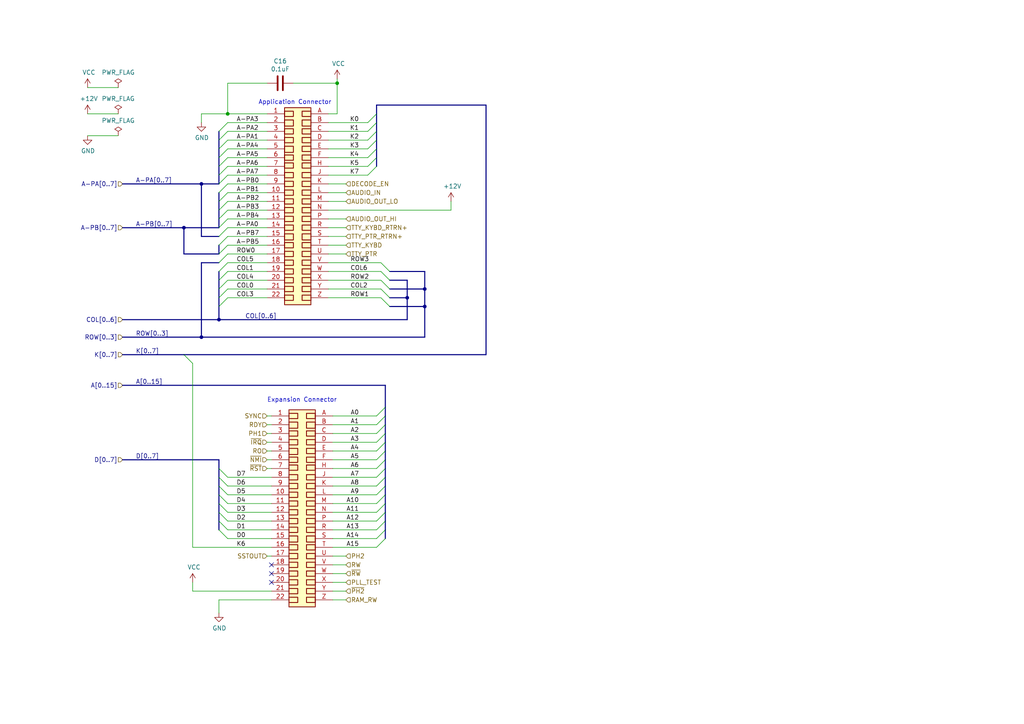
<source format=kicad_sch>
(kicad_sch (version 20230121) (generator eeschema)
  (paper "A4")
  (lib_symbols
    (symbol "Device:C" (pin_numbers hide) (pin_names (offset 0.254))
      (property "Reference" "C" (at 0.635 2.54 0))
      (property "Value" "C" (at 0.635 -2.54 0))
      (symbol "C_0_1"
        (polyline (pts (xy -2.032 -0.762) (xy 2.032 -0.762)) (stroke (width 0.508)))
        (polyline (pts (xy -2.032 0.762) (xy 2.032 0.762)) (stroke (width 0.508)))
      )
      (symbol "C_1_1"
        (pin passive line (at 0 3.81 270) (length 2.794) (name "~") (number "1"))
        (pin passive line (at 0 -3.81 90) (length 2.794) (name "~") (number "2"))
      )
    )
    (symbol "Kim1:EdgeConn44" (pin_names (offset 1.016))
      (property "Reference" "J" (at -0.254 29.464 0))
      (symbol "EdgeConn44_0_0"
        (pin passive line (at -8.89 26.67 0) (length 5.08) (name "~") (number "1"))
        (pin passive line (at -8.89 3.81 0) (length 5.08) (name "~") (number "10"))
        (pin passive line (at -8.89 1.27 0) (length 5.08) (name "~") (number "11"))
        (pin passive line (at -8.89 -1.27 0) (length 5.08) (name "~") (number "12"))
        (pin passive line (at -8.89 -3.81 0) (length 5.08) (name "~") (number "13"))
        (pin passive line (at -8.89 -6.35 0) (length 5.08) (name "~") (number "14"))
        (pin passive line (at -8.89 -8.89 0) (length 5.08) (name "~") (number "15"))
        (pin passive line (at -8.89 -11.43 0) (length 5.08) (name "~") (number "16"))
        (pin passive line (at -8.89 -13.97 0) (length 5.08) (name "~") (number "17"))
        (pin passive line (at -8.89 -16.51 0) (length 5.08) (name "~") (number "18"))
        (pin passive line (at -8.89 -19.05 0) (length 5.08) (name "~") (number "19"))
        (pin passive line (at -8.89 24.13 0) (length 5.08) (name "~") (number "2"))
        (pin passive line (at -8.89 -21.59 0) (length 5.08) (name "~") (number "20"))
        (pin passive line (at -8.89 -24.13 0) (length 5.08) (name "~") (number "21"))
        (pin passive line (at -8.89 -26.67 0) (length 5.08) (name "~") (number "22"))
        (pin passive line (at -8.89 21.59 0) (length 5.08) (name "~") (number "3"))
        (pin passive line (at -8.89 19.05 0) (length 5.08) (name "~") (number "4"))
        (pin passive line (at -8.89 16.51 0) (length 5.08) (name "~") (number "5"))
        (pin passive line (at -8.89 13.97 0) (length 5.08) (name "~") (number "6"))
        (pin passive line (at -8.89 11.43 0) (length 5.08) (name "~") (number "7"))
        (pin passive line (at -8.89 8.89 0) (length 5.08) (name "~") (number "8"))
        (pin passive line (at -8.89 6.35 0) (length 5.08) (name "~") (number "9"))
        (pin passive line (at 8.89 26.67 180) (length 5.08) (name "~") (number "A"))
        (pin passive line (at 8.89 24.13 180) (length 5.08) (name "~") (number "B"))
        (pin passive line (at 8.89 21.59 180) (length 5.08) (name "~") (number "C"))
        (pin passive line (at 8.89 19.05 180) (length 5.08) (name "~") (number "D"))
        (pin passive line (at 8.89 16.51 180) (length 5.08) (name "~") (number "E"))
        (pin passive line (at 8.89 13.97 180) (length 5.08) (name "~") (number "F"))
        (pin passive line (at 8.89 11.43 180) (length 5.08) (name "~") (number "H"))
        (pin passive line (at 8.89 8.89 180) (length 5.08) (name "~") (number "J"))
        (pin passive line (at 8.89 6.35 180) (length 5.08) (name "~") (number "K"))
        (pin passive line (at 8.89 3.81 180) (length 5.08) (name "~") (number "L"))
        (pin passive line (at 8.89 1.27 180) (length 5.08) (name "~") (number "M"))
        (pin passive line (at 8.89 -1.27 180) (length 5.08) (name "~") (number "N"))
        (pin passive line (at 8.89 -3.81 180) (length 5.08) (name "~") (number "P"))
        (pin passive line (at 8.89 -6.35 180) (length 5.08) (name "~") (number "R"))
        (pin passive line (at 8.89 -8.89 180) (length 5.08) (name "~") (number "S"))
        (pin passive line (at 8.89 -11.43 180) (length 5.08) (name "~") (number "T"))
        (pin passive line (at 8.89 -13.97 180) (length 5.08) (name "~") (number "U"))
        (pin passive line (at 8.89 -16.51 180) (length 5.08) (name "~") (number "V"))
        (pin passive line (at 8.89 -19.05 180) (length 5.08) (name "~") (number "W"))
        (pin passive line (at 8.89 -21.59 180) (length 5.08) (name "~") (number "X"))
        (pin passive line (at 8.89 -24.13 180) (length 5.08) (name "~") (number "Y"))
        (pin passive line (at 8.89 -26.67 180) (length 5.08) (name "~") (number "Z"))
      )
      (symbol "EdgeConn44_0_1"
        (rectangle (start -3.81 -25.908) (end -1.27 -27.432) (stroke (width 0.254)))
        (rectangle (start -3.81 -23.368) (end -1.27 -24.892) (stroke (width 0.254)))
        (rectangle (start -3.81 -20.828) (end -1.27 -22.352) (stroke (width 0.254)))
        (rectangle (start -3.81 -18.288) (end -1.27 -19.812) (stroke (width 0.254)))
        (rectangle (start -3.81 -15.748) (end -1.27 -17.272) (stroke (width 0.254)))
        (rectangle (start -3.81 -13.208) (end -1.27 -14.732) (stroke (width 0.254)))
        (rectangle (start -3.81 -10.668) (end -1.27 -12.192) (stroke (width 0.254)))
        (rectangle (start -3.81 -8.128) (end -1.27 -9.906) (stroke (width 0.254)))
        (rectangle (start -3.81 -5.588) (end -1.27 -7.112) (stroke (width 0.254)))
        (rectangle (start -3.81 -3.048) (end -1.27 -4.572) (stroke (width 0.254)))
        (rectangle (start -3.81 -0.508) (end -1.27 -2.032) (stroke (width 0.254)))
        (rectangle (start -3.81 2.032) (end -1.27 0.508) (stroke (width 0.254)))
        (rectangle (start -3.81 4.572) (end -1.27 3.048) (stroke (width 0.254)))
        (rectangle (start -3.81 7.112) (end -1.27 5.588) (stroke (width 0.254)))
        (rectangle (start -3.81 9.652) (end -1.27 8.128) (stroke (width 0.254)))
        (rectangle (start -3.81 12.446) (end -1.27 10.922) (stroke (width 0.254)))
        (rectangle (start -3.81 14.732) (end -1.27 13.208) (stroke (width 0.254)))
        (rectangle (start -3.81 17.272) (end -1.27 15.494) (stroke (width 0.254)))
        (rectangle (start -3.81 19.812) (end -1.27 18.288) (stroke (width 0.254)))
        (rectangle (start -3.81 22.352) (end -1.27 20.828) (stroke (width 0.254)))
        (rectangle (start -3.81 24.892) (end -1.27 23.114) (stroke (width 0.254)))
        (rectangle (start -3.81 28.448) (end 3.81 -28.702) (stroke (width 0.254)) (fill (type background)))
        (rectangle (start -1.27 27.432) (end -3.81 25.908) (stroke (width 0.254)))
        (rectangle (start 1.27 -25.908) (end 3.81 -27.432) (stroke (width 0.254)))
        (rectangle (start 1.27 -23.368) (end 3.81 -24.892) (stroke (width 0.254)))
        (rectangle (start 1.27 -20.828) (end 3.81 -22.352) (stroke (width 0.254)))
        (rectangle (start 1.27 -18.288) (end 3.81 -19.812) (stroke (width 0.254)))
        (rectangle (start 1.27 -15.748) (end 3.81 -17.272) (stroke (width 0.254)))
        (rectangle (start 1.27 -13.208) (end 3.81 -14.732) (stroke (width 0.254)))
        (rectangle (start 1.27 -10.668) (end 3.81 -12.192) (stroke (width 0.254)))
        (rectangle (start 1.27 -8.128) (end 3.81 -9.906) (stroke (width 0.254)))
        (rectangle (start 1.27 -5.588) (end 3.81 -7.112) (stroke (width 0.254)))
        (rectangle (start 1.27 -3.048) (end 3.81 -4.572) (stroke (width 0.254)))
        (rectangle (start 1.27 -0.508) (end 3.81 -2.032) (stroke (width 0.254)))
        (rectangle (start 1.27 2.032) (end 3.81 0.508) (stroke (width 0.254)))
        (rectangle (start 1.27 4.572) (end 3.81 3.048) (stroke (width 0.254)))
        (rectangle (start 1.27 7.112) (end 3.81 5.588) (stroke (width 0.254)))
        (rectangle (start 1.27 9.652) (end 3.81 8.128) (stroke (width 0.254)))
        (rectangle (start 1.27 12.446) (end 3.81 10.922) (stroke (width 0.254)))
        (rectangle (start 1.27 14.732) (end 3.81 13.208) (stroke (width 0.254)))
        (rectangle (start 1.27 17.272) (end 3.81 15.748) (stroke (width 0.254)))
        (rectangle (start 1.27 19.812) (end 3.81 18.288) (stroke (width 0.254)))
        (rectangle (start 1.27 22.352) (end 3.81 20.828) (stroke (width 0.254)))
        (rectangle (start 1.27 24.892) (end 3.81 23.114) (stroke (width 0.254)))
        (rectangle (start 1.27 27.432) (end 3.81 25.908) (stroke (width 0.254)))
      )
    )
    (symbol "power:+12V" (power) (pin_names (offset 0))
      (property "Value" "+12V" (at 0 3.556 0))
      (symbol "+12V_0_1"
        (polyline (pts (xy -0.762 1.27) (xy 0 2.54)))
        (polyline (pts (xy 0 0) (xy 0 2.54)))
        (polyline (pts (xy 0 2.54) (xy 0.762 1.27)))
      )
      (symbol "+12V_1_1"
        (pin power_in line (at 0 0 90) (length 0) hide (name "+12V") (number "1"))
      )
    )
    (symbol "power:GND" (power) (pin_names (offset 0))
      (property "Value" "GND" (at 0 -3.81 0))
      (symbol "GND_0_1"
        (polyline (pts (xy 0 0) (xy 0 -1.27) (xy 1.27 -1.27) (xy 0 -2.54) (xy -1.27 -1.27) (xy 0 -1.27)))
      )
      (symbol "GND_1_1"
        (pin power_in line (at 0 0 270) (length 0) hide (name "GND") (number "1"))
      )
    )
    (symbol "power:PWR_FLAG" (power) (pin_numbers hide) (pin_names (offset 0) hide)
      (property "Value" "PWR_FLAG" (at 0 3.81 0))
      (symbol "PWR_FLAG_0_0"
        (pin power_out line (at 0 0 90) (length 0) (name "pwr") (number "1"))
      )
      (symbol "PWR_FLAG_0_1"
        (polyline (pts (xy 0 0) (xy 0 1.27) (xy -1.016 1.905) (xy 0 2.54) (xy 1.016 1.905) (xy 0 1.27)))
      )
    )
    (symbol "power:VCC" (power) (pin_names (offset 0))
      (property "Value" "VCC" (at 0 3.81 0))
      (symbol "VCC_0_1"
        (polyline (pts (xy -0.762 1.27) (xy 0 2.54)))
        (polyline (pts (xy 0 0) (xy 0 2.54)))
        (polyline (pts (xy 0 2.54) (xy 0.762 1.27)))
      )
      (symbol "VCC_1_1"
        (pin power_in line (at 0 0 90) (length 0) hide (name "VCC") (number "1"))
      )
    )
  )
  (junction (at 66.04 33.02))
  (junction (at 63.5 92.71))
  (junction (at 58.42 97.79))
  (junction (at 118.11 86.36))
  (junction (at 58.42 53.34))
  (junction (at 53.34 66.04))
  (junction (at 123.19 83.82))
  (junction (at 97.79 24.13))
  (junction (at 123.19 88.9))
  (no_connect (at 78.74 163.83))
  (no_connect (at 78.74 166.37))
  (no_connect (at 78.74 168.91))
  (bus_entry (at 109.22 128.27) (size 2.54 -2.54))
  (bus_entry (at 63.5 86.36) (size 2.54 -2.54))
  (bus_entry (at 63.5 45.72) (size 2.54 -2.54))
  (bus_entry (at 63.5 38.1) (size 2.54 -2.54))
  (bus_entry (at 63.5 153.67) (size 2.54 2.54))
  (bus_entry (at 113.03 81.28) (size -2.54 -2.54))
  (bus_entry (at 109.22 156.21) (size 2.54 -2.54))
  (bus_entry (at 109.22 153.67) (size 2.54 -2.54))
  (bus_entry (at 113.03 83.82) (size -2.54 -2.54))
  (bus_entry (at 113.03 88.9) (size -2.54 -2.54))
  (bus_entry (at 109.22 35.56) (size -2.54 2.54))
  (bus_entry (at 63.5 55.88) (size 2.54 -2.54))
  (bus_entry (at 63.5 73.66) (size 2.54 -2.54))
  (bus_entry (at 109.22 38.1) (size -2.54 2.54))
  (bus_entry (at 63.5 66.04) (size 2.54 -2.54))
  (bus_entry (at 53.34 102.87) (size 2.54 2.54))
  (bus_entry (at 109.22 130.81) (size 2.54 -2.54))
  (bus_entry (at 63.5 78.74) (size 2.54 -2.54))
  (bus_entry (at 63.5 50.8) (size 2.54 -2.54))
  (bus_entry (at 63.5 60.96) (size 2.54 -2.54))
  (bus_entry (at 109.22 151.13) (size 2.54 -2.54))
  (bus_entry (at 109.22 125.73) (size 2.54 -2.54))
  (bus_entry (at 109.22 40.64) (size -2.54 2.54))
  (bus_entry (at 63.5 71.12) (size 2.54 -2.54))
  (bus_entry (at 63.5 68.58) (size 2.54 -2.54))
  (bus_entry (at 109.22 48.26) (size -2.54 2.54))
  (bus_entry (at 63.5 53.34) (size 2.54 -2.54))
  (bus_entry (at 63.5 81.28) (size 2.54 -2.54))
  (bus_entry (at 109.22 45.72) (size -2.54 2.54))
  (bus_entry (at 63.5 48.26) (size 2.54 -2.54))
  (bus_entry (at 63.5 76.2) (size 2.54 -2.54))
  (bus_entry (at 63.5 83.82) (size 2.54 -2.54))
  (bus_entry (at 63.5 138.43) (size 2.54 2.54))
  (bus_entry (at 63.5 58.42) (size 2.54 -2.54))
  (bus_entry (at 63.5 140.97) (size 2.54 2.54))
  (bus_entry (at 63.5 63.5) (size 2.54 -2.54))
  (bus_entry (at 109.22 138.43) (size 2.54 -2.54))
  (bus_entry (at 109.22 120.65) (size 2.54 -2.54))
  (bus_entry (at 63.5 88.9) (size 2.54 -2.54))
  (bus_entry (at 109.22 143.51) (size 2.54 -2.54))
  (bus_entry (at 109.22 146.05) (size 2.54 -2.54))
  (bus_entry (at 109.22 135.89) (size 2.54 -2.54))
  (bus_entry (at 109.22 148.59) (size 2.54 -2.54))
  (bus_entry (at 109.22 133.35) (size 2.54 -2.54))
  (bus_entry (at 109.22 33.02) (size -2.54 2.54))
  (bus_entry (at 63.5 151.13) (size 2.54 2.54))
  (bus_entry (at 63.5 146.05) (size 2.54 2.54))
  (bus_entry (at 63.5 135.89) (size 2.54 2.54))
  (bus_entry (at 109.22 123.19) (size 2.54 -2.54))
  (bus_entry (at 109.22 158.75) (size 2.54 -2.54))
  (bus_entry (at 113.03 78.74) (size -2.54 -2.54))
  (bus_entry (at 63.5 43.18) (size 2.54 -2.54))
  (bus_entry (at 109.22 140.97) (size 2.54 -2.54))
  (bus_entry (at 113.03 86.36) (size -2.54 -2.54))
  (bus_entry (at 63.5 148.59) (size 2.54 2.54))
  (bus_entry (at 63.5 143.51) (size 2.54 2.54))
  (bus_entry (at 63.5 40.64) (size 2.54 -2.54))
  (bus_entry (at 109.22 43.18) (size -2.54 2.54))
  (wire (pts (xy 110.49 78.74) (xy 95.25 78.74)))
  (wire (pts (xy 66.04 50.8) (xy 77.47 50.8)))
  (wire (pts (xy 96.52 158.75) (xy 109.22 158.75)))
  (bus (pts (xy 111.76 118.11) (xy 111.76 120.65)))
  (bus (pts (xy 111.76 111.76) (xy 111.76 118.11)))
  (wire (pts (xy 78.74 138.43) (xy 66.04 138.43)))
  (bus (pts (xy 53.34 66.04) (xy 35.56 66.04)))
  (wire (pts (xy 25.4 39.37) (xy 34.29 39.37)))
  (wire (pts (xy 100.33 58.42) (xy 95.25 58.42)))
  (wire (pts (xy 77.47 133.35) (xy 78.74 133.35)))
  (wire (pts (xy 77.47 128.27) (xy 78.74 128.27)))
  (bus (pts (xy 35.56 111.76) (xy 111.76 111.76)))
  (bus (pts (xy 63.5 81.28) (xy 63.5 83.82)))
  (bus (pts (xy 63.5 133.35) (xy 35.56 133.35)))
  (wire (pts (xy 96.52 153.67) (xy 109.22 153.67)))
  (bus (pts (xy 113.03 78.74) (xy 123.19 78.74)))
  (wire (pts (xy 78.74 158.75) (xy 55.88 158.75)))
  (wire (pts (xy 63.5 173.99) (xy 63.5 177.8)))
  (bus (pts (xy 63.5 60.96) (xy 63.5 63.5)))
  (bus (pts (xy 63.5 83.82) (xy 63.5 86.36)))
  (wire (pts (xy 109.22 140.97) (xy 96.52 140.97)))
  (wire (pts (xy 66.04 71.12) (xy 77.47 71.12)))
  (wire (pts (xy 106.68 38.1) (xy 95.25 38.1)))
  (wire (pts (xy 100.33 68.58) (xy 95.25 68.58)))
  (wire (pts (xy 66.04 86.36) (xy 77.47 86.36)))
  (wire (pts (xy 100.33 53.34) (xy 95.25 53.34)))
  (bus (pts (xy 109.22 45.72) (xy 109.22 48.26)))
  (wire (pts (xy 66.04 43.18) (xy 77.47 43.18)))
  (wire (pts (xy 85.09 24.13) (xy 97.79 24.13)))
  (bus (pts (xy 113.03 88.9) (xy 123.19 88.9)))
  (bus (pts (xy 35.56 102.87) (xy 53.34 102.87)))
  (wire (pts (xy 100.33 161.29) (xy 96.52 161.29)))
  (bus (pts (xy 63.5 148.59) (xy 63.5 151.13)))
  (bus (pts (xy 63.5 66.04) (xy 53.34 66.04)))
  (bus (pts (xy 63.5 138.43) (xy 63.5 140.97)))
  (wire (pts (xy 66.04 58.42) (xy 77.47 58.42)))
  (bus (pts (xy 123.19 97.79) (xy 58.42 97.79)))
  (wire (pts (xy 25.4 33.02) (xy 34.29 33.02)))
  (wire (pts (xy 78.74 130.81) (xy 77.47 130.81)))
  (bus (pts (xy 111.76 125.73) (xy 111.76 128.27)))
  (wire (pts (xy 100.33 66.04) (xy 95.25 66.04)))
  (wire (pts (xy 25.4 25.4) (xy 34.29 25.4)))
  (wire (pts (xy 66.04 76.2) (xy 77.47 76.2)))
  (wire (pts (xy 66.04 66.04) (xy 77.47 66.04)))
  (wire (pts (xy 110.49 81.28) (xy 95.25 81.28)))
  (wire (pts (xy 66.04 24.13) (xy 66.04 33.02)))
  (wire (pts (xy 66.04 40.64) (xy 77.47 40.64)))
  (bus (pts (xy 63.5 53.34) (xy 58.42 53.34)))
  (wire (pts (xy 100.33 166.37) (xy 96.52 166.37)))
  (wire (pts (xy 58.42 33.02) (xy 58.42 35.56)))
  (wire (pts (xy 78.74 151.13) (xy 66.04 151.13)))
  (wire (pts (xy 66.04 68.58) (xy 77.47 68.58)))
  (wire (pts (xy 96.52 123.19) (xy 109.22 123.19)))
  (wire (pts (xy 97.79 24.13) (xy 97.79 33.02)))
  (wire (pts (xy 100.33 71.12) (xy 95.25 71.12)))
  (wire (pts (xy 106.68 35.56) (xy 95.25 35.56)))
  (wire (pts (xy 130.81 58.42) (xy 130.81 60.96)))
  (wire (pts (xy 95.25 33.02) (xy 97.79 33.02)))
  (wire (pts (xy 106.68 50.8) (xy 95.25 50.8)))
  (bus (pts (xy 63.5 146.05) (xy 63.5 148.59)))
  (wire (pts (xy 96.52 128.27) (xy 109.22 128.27)))
  (wire (pts (xy 106.68 45.72) (xy 95.25 45.72)))
  (bus (pts (xy 63.5 68.58) (xy 58.42 68.58)))
  (wire (pts (xy 109.22 130.81) (xy 96.52 130.81)))
  (wire (pts (xy 66.04 83.82) (xy 77.47 83.82)))
  (bus (pts (xy 63.5 86.36) (xy 63.5 88.9)))
  (bus (pts (xy 53.34 102.87) (xy 140.97 102.87)))
  (bus (pts (xy 111.76 120.65) (xy 111.76 123.19)))
  (bus (pts (xy 111.76 130.81) (xy 111.76 133.35)))
  (bus (pts (xy 63.5 38.1) (xy 63.5 40.64)))
  (wire (pts (xy 96.52 148.59) (xy 109.22 148.59)))
  (wire (pts (xy 109.22 156.21) (xy 96.52 156.21)))
  (wire (pts (xy 109.22 135.89) (xy 96.52 135.89)))
  (wire (pts (xy 55.88 171.45) (xy 55.88 168.91)))
  (bus (pts (xy 109.22 40.64) (xy 109.22 43.18)))
  (wire (pts (xy 78.74 120.65) (xy 77.47 120.65)))
  (wire (pts (xy 66.04 63.5) (xy 77.47 63.5)))
  (bus (pts (xy 140.97 30.48) (xy 140.97 102.87)))
  (wire (pts (xy 78.74 171.45) (xy 55.88 171.45)))
  (wire (pts (xy 109.22 125.73) (xy 96.52 125.73)))
  (wire (pts (xy 100.33 63.5) (xy 95.25 63.5)))
  (wire (pts (xy 66.04 53.34) (xy 77.47 53.34)))
  (wire (pts (xy 78.74 153.67) (xy 66.04 153.67)))
  (wire (pts (xy 78.74 146.05) (xy 66.04 146.05)))
  (wire (pts (xy 110.49 86.36) (xy 95.25 86.36)))
  (wire (pts (xy 78.74 135.89) (xy 77.47 135.89)))
  (wire (pts (xy 66.04 35.56) (xy 77.47 35.56)))
  (wire (pts (xy 95.25 60.96) (xy 130.81 60.96)))
  (bus (pts (xy 63.5 58.42) (xy 63.5 60.96)))
  (wire (pts (xy 110.49 76.2) (xy 95.25 76.2)))
  (wire (pts (xy 78.74 156.21) (xy 66.04 156.21)))
  (bus (pts (xy 118.11 86.36) (xy 118.11 81.28)))
  (wire (pts (xy 106.68 43.18) (xy 95.25 43.18)))
  (wire (pts (xy 100.33 171.45) (xy 96.52 171.45)))
  (bus (pts (xy 63.5 133.35) (xy 63.5 135.89)))
  (bus (pts (xy 58.42 53.34) (xy 58.42 68.58)))
  (wire (pts (xy 66.04 33.02) (xy 58.42 33.02)))
  (bus (pts (xy 111.76 133.35) (xy 111.76 135.89)))
  (bus (pts (xy 63.5 40.64) (xy 63.5 43.18)))
  (wire (pts (xy 97.79 22.86) (xy 97.79 24.13)))
  (bus (pts (xy 63.5 92.71) (xy 118.11 92.71)))
  (bus (pts (xy 63.5 135.89) (xy 63.5 138.43)))
  (wire (pts (xy 78.74 140.97) (xy 66.04 140.97)))
  (wire (pts (xy 96.52 133.35) (xy 109.22 133.35)))
  (wire (pts (xy 66.04 143.51) (xy 78.74 143.51)))
  (wire (pts (xy 66.04 55.88) (xy 77.47 55.88)))
  (wire (pts (xy 78.74 173.99) (xy 63.5 173.99)))
  (wire (pts (xy 96.52 138.43) (xy 109.22 138.43)))
  (bus (pts (xy 63.5 76.2) (xy 58.42 76.2)))
  (bus (pts (xy 63.5 48.26) (xy 63.5 50.8)))
  (wire (pts (xy 106.68 48.26) (xy 95.25 48.26)))
  (wire (pts (xy 100.33 55.88) (xy 95.25 55.88)))
  (bus (pts (xy 111.76 146.05) (xy 111.76 148.59)))
  (wire (pts (xy 66.04 38.1) (xy 77.47 38.1)))
  (wire (pts (xy 78.74 148.59) (xy 66.04 148.59)))
  (bus (pts (xy 113.03 81.28) (xy 118.11 81.28)))
  (bus (pts (xy 63.5 50.8) (xy 63.5 53.34)))
  (bus (pts (xy 111.76 135.89) (xy 111.76 138.43)))
  (wire (pts (xy 96.52 143.51) (xy 109.22 143.51)))
  (bus (pts (xy 111.76 123.19) (xy 111.76 125.73)))
  (wire (pts (xy 66.04 73.66) (xy 77.47 73.66)))
  (bus (pts (xy 53.34 66.04) (xy 53.34 73.66)))
  (wire (pts (xy 55.88 158.75) (xy 55.88 105.41)))
  (wire (pts (xy 77.47 33.02) (xy 66.04 33.02)))
  (bus (pts (xy 113.03 83.82) (xy 123.19 83.82)))
  (bus (pts (xy 111.76 153.67) (xy 111.76 156.21)))
  (wire (pts (xy 77.47 123.19) (xy 78.74 123.19)))
  (wire (pts (xy 77.47 24.13) (xy 66.04 24.13)))
  (wire (pts (xy 100.33 173.99) (xy 96.52 173.99)))
  (bus (pts (xy 63.5 63.5) (xy 63.5 66.04)))
  (bus (pts (xy 63.5 45.72) (xy 63.5 48.26)))
  (wire (pts (xy 66.04 81.28) (xy 77.47 81.28)))
  (bus (pts (xy 109.22 43.18) (xy 109.22 45.72)))
  (bus (pts (xy 123.19 83.82) (xy 123.19 88.9)))
  (bus (pts (xy 111.76 143.51) (xy 111.76 146.05)))
  (wire (pts (xy 106.68 40.64) (xy 95.25 40.64)))
  (bus (pts (xy 123.19 88.9) (xy 123.19 97.79)))
  (bus (pts (xy 58.42 76.2) (xy 58.42 97.79)))
  (bus (pts (xy 111.76 140.97) (xy 111.76 143.51)))
  (bus (pts (xy 63.5 140.97) (xy 63.5 143.51)))
  (wire (pts (xy 66.04 60.96) (xy 77.47 60.96)))
  (wire (pts (xy 109.22 120.65) (xy 96.52 120.65)))
  (bus (pts (xy 113.03 86.36) (xy 118.11 86.36)))
  (wire (pts (xy 78.74 161.29) (xy 77.47 161.29)))
  (bus (pts (xy 111.76 128.27) (xy 111.76 130.81)))
  (bus (pts (xy 111.76 138.43) (xy 111.76 140.97)))
  (bus (pts (xy 58.42 97.79) (xy 35.56 97.79)))
  (bus (pts (xy 63.5 143.51) (xy 63.5 146.05)))
  (wire (pts (xy 110.49 83.82) (xy 95.25 83.82)))
  (bus (pts (xy 63.5 92.71) (xy 35.56 92.71)))
  (bus (pts (xy 109.22 30.48) (xy 109.22 33.02)))
  (wire (pts (xy 78.74 125.73) (xy 77.47 125.73)))
  (wire (pts (xy 66.04 78.74) (xy 77.47 78.74)))
  (wire (pts (xy 66.04 48.26) (xy 77.47 48.26)))
  (bus (pts (xy 63.5 151.13) (xy 63.5 153.67)))
  (bus (pts (xy 109.22 33.02) (xy 109.22 35.56)))
  (bus (pts (xy 63.5 55.88) (xy 63.5 58.42)))
  (wire (pts (xy 100.33 73.66) (xy 95.25 73.66)))
  (bus (pts (xy 109.22 35.56) (xy 109.22 38.1)))
  (bus (pts (xy 63.5 73.66) (xy 53.34 73.66)))
  (wire (pts (xy 100.33 163.83) (xy 96.52 163.83)))
  (bus (pts (xy 111.76 148.59) (xy 111.76 151.13)))
  (bus (pts (xy 63.5 78.74) (xy 63.5 81.28)))
  (wire (pts (xy 100.33 168.91) (xy 96.52 168.91)))
  (bus (pts (xy 109.22 30.48) (xy 140.97 30.48)))
  (wire (pts (xy 109.22 146.05) (xy 96.52 146.05)))
  (bus (pts (xy 111.76 151.13) (xy 111.76 153.67)))
  (bus (pts (xy 63.5 71.12) (xy 63.5 73.66)))
  (bus (pts (xy 63.5 43.18) (xy 63.5 45.72)))
  (wire (pts (xy 109.22 151.13) (xy 96.52 151.13)))
  (wire (pts (xy 66.04 45.72) (xy 77.47 45.72)))
  (bus (pts (xy 123.19 78.74) (xy 123.19 83.82)))
  (bus (pts (xy 35.56 53.34) (xy 58.42 53.34)))
  (bus (pts (xy 63.5 88.9) (xy 63.5 92.71)))
  (bus (pts (xy 109.22 38.1) (xy 109.22 40.64)))
  (bus (pts (xy 118.11 92.71) (xy 118.11 86.36)))
  (text "Expansion Connector" (at 77.47 116.84 0) (effects (font (size 1.27 1.27)) (justify left bottom)))
  (text "Application Connector" (at 74.93 30.48 0) (effects (font (size 1.27 1.27)) (justify left bottom)))
  (label "COL[0..6]" (at 71.12 92.71 0))
  (label "D4" (at 68.58 146.05 0))
  (label "ROW[0..3]" (at 39.37 97.79 0))
  (label "A0" (at 104.14 120.65 180))
  (label "K5" (at 104.14 48.26 180))
  (label "COL0" (at 68.58 83.82 0))
  (label "A8" (at 104.14 140.97 180))
  (label "A-PA3" (at 68.58 35.56 0))
  (label "ROW2" (at 101.6 81.28 0))
  (label "A[0..15]" (at 39.37 111.76 0))
  (label "A14" (at 104.14 156.21 180))
  (label "A-PB[0..7]" (at 39.37 66.04 0))
  (label "A-PB3" (at 68.58 60.96 0))
  (label "A-PB7" (at 68.58 68.58 0))
  (label "K1" (at 104.14 38.1 180))
  (label "A6" (at 104.14 135.89 180))
  (label "A-PA1" (at 68.58 40.64 0))
  (label "A-PA0" (at 68.58 66.04 0))
  (label "A15" (at 104.14 158.75 180))
  (label "K0" (at 104.14 35.56 180))
  (label "A13" (at 104.14 153.67 180))
  (label "COL4" (at 68.58 81.28 0))
  (label "COL5" (at 68.58 76.2 0))
  (label "A-PA6" (at 68.58 48.26 0))
  (label "A-PA2" (at 68.58 38.1 0))
  (label "K3" (at 104.14 43.18 180))
  (label "A-PB2" (at 68.58 58.42 0))
  (label "D1" (at 68.58 153.67 0))
  (label "K7" (at 104.14 50.8 180))
  (label "A12" (at 104.14 151.13 180))
  (label "D3" (at 68.58 148.59 0))
  (label "A11" (at 104.14 148.59 180))
  (label "A-PB1" (at 68.58 55.88 0))
  (label "D5" (at 68.58 143.51 0))
  (label "A-PA4" (at 68.58 43.18 0))
  (label "A-PA7" (at 68.58 50.8 0))
  (label "COL6" (at 101.6 78.74 0))
  (label "ROW1" (at 101.6 86.36 0))
  (label "A9" (at 104.14 143.51 180))
  (label "A10" (at 104.14 146.05 180))
  (label "A3" (at 104.14 128.27 180))
  (label "K[0..7]" (at 39.37 102.87 0))
  (label "COL3" (at 68.58 86.36 0))
  (label "A4" (at 104.14 130.81 180))
  (label "A-PB0" (at 68.58 53.34 0))
  (label "A7" (at 104.14 138.43 180))
  (label "COL1" (at 68.58 78.74 0))
  (label "ROW0" (at 68.58 73.66 0))
  (label "A1" (at 104.14 123.19 180))
  (label "COL2" (at 101.6 83.82 0))
  (label "D6" (at 68.58 140.97 0))
  (label "A2" (at 104.14 125.73 180))
  (label "D2" (at 68.58 151.13 0))
  (label "A5" (at 104.14 133.35 180))
  (label "D[0..7]" (at 39.37 133.35 0))
  (label "A-PA5" (at 68.58 45.72 0))
  (label "ROW3" (at 101.6 76.2 0))
  (label "K2" (at 104.14 40.64 180))
  (label "D7" (at 68.58 138.43 0))
  (label "K4" (at 104.14 45.72 180))
  (label "D0" (at 68.58 156.21 0))
  (label "A-PA[0..7]" (at 39.37 53.34 0))
  (label "A-PB4" (at 68.58 63.5 0))
  (label "A-PB5" (at 68.58 71.12 0))
  (label "K6" (at 68.58 158.75 0))
  (hierarchical_label "RDY" (shape input) (at 77.47 123.19 180))
  (hierarchical_label "K[0..7]" (shape input) (at 35.56 102.87 180))
  (hierarchical_label "AUDIO_IN" (shape input) (at 100.33 55.88 0))
  (hierarchical_label "PH2" (shape input) (at 100.33 161.29 0))
  (hierarchical_label "RAM_RW" (shape input) (at 100.33 173.99 0))
  (hierarchical_label "PLL_TEST" (shape input) (at 100.33 168.91 0))
  (hierarchical_label "DECODE_EN" (shape input) (at 100.33 53.34 0))
  (hierarchical_label "PH1" (shape input) (at 77.47 125.73 180))
  (hierarchical_label "AUDIO_OUT_HI" (shape input) (at 100.33 63.5 0))
  (hierarchical_label "~{RW}" (shape input) (at 100.33 166.37 0))
  (hierarchical_label "SYNC" (shape input) (at 77.47 120.65 180))
  (hierarchical_label "TTY_KYBD" (shape input) (at 100.33 71.12 0))
  (hierarchical_label "SSTOUT" (shape input) (at 77.47 161.29 180))
  (hierarchical_label "~{IRQ}" (shape input) (at 77.47 128.27 180))
  (hierarchical_label "~{RST}" (shape input) (at 77.47 135.89 180))
  (hierarchical_label "~{NMI}" (shape input) (at 77.47 133.35 180))
  (hierarchical_label "AUDIO_OUT_LO" (shape input) (at 100.33 58.42 0))
  (hierarchical_label "TTY_PTR" (shape input) (at 100.33 73.66 0))
  (hierarchical_label "RO" (shape input) (at 77.47 130.81 180))
  (hierarchical_label "A-PB[0..7]" (shape input) (at 35.56 66.04 180))
  (hierarchical_label "A[0..15]" (shape input) (at 35.56 111.76 180))
  (hierarchical_label "ROW[0..3]" (shape input) (at 35.56 97.79 180))
  (hierarchical_label "A-PA[0..7]" (shape input) (at 35.56 53.34 180))
  (hierarchical_label "D[0..7]" (shape input) (at 35.56 133.35 180))
  (hierarchical_label "~{PH2}" (shape input) (at 100.33 171.45 0))
  (hierarchical_label "COL[0..6]" (shape input) (at 35.56 92.71 180))
  (hierarchical_label "TTY_PTR_RTRN+" (shape input) (at 100.33 68.58 0))
  (hierarchical_label "RW" (shape input) (at 100.33 163.83 0))
  (hierarchical_label "TTY_KYBD_RTRN+" (shape input) (at 100.33 66.04 0))
  (symbol (lib_id "Device:C") (at 81.28 24.13 270) (unit 1)
    (property "Reference" "C16" (at 81.28 17.7292 90))
    (property "Value" "0.1uF" (at 81.28 20.0406 90))
  )
  (symbol (lib_id "Kim1:EdgeConn44") (at 86.36 59.69 0) (unit 1)
    (property "Reference" "J601" (effects hide))
    (property "Value" "EdgeConn44" (effects hide))
  )
  (symbol (lib_id "Kim1:EdgeConn44") (at 87.63 147.32 0) (unit 1)
    (property "Reference" "J602" (effects hide))
    (property "Value" "EdgeConn44" (effects hide))
  )
  (symbol (lib_id "power:GND") (at 58.42 35.56 0) (unit 1)
    (property "Reference" "#PWR0144" (effects hide))
    (property "Value" "GND" (at 58.547 39.9542 0))
  )
  (symbol (lib_id "power:VCC") (at 97.79 22.86 0) (unit 1)
    (property "Reference" "#PWR0145" (effects hide))
    (property "Value" "VCC" (at 98.171 18.4658 0))
  )
  (symbol (lib_id "power:GND") (at 63.5 177.8 0) (unit 1)
    (property "Reference" "#PWR0146" (effects hide))
    (property "Value" "GND" (at 63.627 182.1942 0))
  )
  (symbol (lib_id "power:VCC") (at 55.88 168.91 0) (unit 1)
    (property "Reference" "#PWR0147" (effects hide))
    (property "Value" "VCC" (at 56.261 164.5158 0))
  )
  (symbol (lib_id "power:+12V") (at 130.81 58.42 0) (unit 1)
    (property "Reference" "#PWR0148" (effects hide))
    (property "Value" "+12V" (at 131.191 54.0258 0))
  )
  (symbol (lib_id "power:VCC") (at 25.4 25.4 0) (unit 1)
    (property "Reference" "#PWR0157" (effects hide))
    (property "Value" "VCC" (at 25.781 21.0058 0))
  )
  (symbol (lib_id "power:PWR_FLAG") (at 34.29 25.4 0) (unit 1)
    (property "Reference" "#FLG0101" (effects hide))
    (property "Value" "PWR_FLAG" (at 34.29 21.0058 0))
  )
  (symbol (lib_id "power:+12V") (at 25.4 33.02 0) (unit 1)
    (property "Reference" "#PWR0158" (effects hide))
    (property "Value" "+12V" (at 25.781 28.6258 0))
  )
  (symbol (lib_id "power:PWR_FLAG") (at 34.29 33.02 0) (unit 1)
    (property "Reference" "#FLG0102" (effects hide))
    (property "Value" "PWR_FLAG" (at 34.29 28.6258 0))
  )
  (symbol (lib_id "power:GND") (at 25.4 39.37 0) (unit 1)
    (property "Reference" "#PWR0159" (effects hide))
    (property "Value" "GND" (at 25.527 43.7642 0))
  )
  (symbol (lib_id "power:PWR_FLAG") (at 34.29 39.37 0) (unit 1)
    (property "Reference" "#FLG0103" (effects hide))
    (property "Value" "PWR_FLAG" (at 34.29 34.9758 0))
  )
)
</source>
